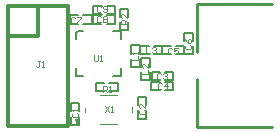
<source format=gto>
*%FSLAX24Y24*%
*%MOIN*%
G01*
%ADD11C,0.0030*%
%ADD12C,0.0043*%
%ADD13C,0.0050*%
%ADD14C,0.0060*%
%ADD15C,0.0073*%
%ADD16C,0.0080*%
%ADD17C,0.0100*%
%ADD18C,0.0120*%
%ADD19C,0.0200*%
%ADD20C,0.0300*%
%ADD21C,0.0320*%
%ADD22C,0.0400*%
%ADD23C,0.0560*%
%ADD24C,0.0600*%
%ADD25C,0.0620*%
%ADD26C,0.0700*%
%ADD27C,0.0800*%
%ADD28R,0.0098X0.0331*%
%ADD29R,0.0178X0.0411*%
%ADD30R,0.0200X0.0250*%
%ADD31R,0.0250X0.0200*%
%ADD32R,0.0280X0.0330*%
%ADD33R,0.0330X0.0280*%
%ADD34R,0.0331X0.0098*%
%ADD35R,0.0411X0.0178*%
%ADD36R,0.0551X0.0453*%
%ADD37R,0.0620X0.0620*%
%ADD38R,0.0631X0.0533*%
%ADD39R,0.0700X0.0700*%
%ADD40R,0.2400X0.0800*%
%ADD41R,0.2480X0.0880*%
D11*
X278136Y120279D02*
Y120446D01*
Y120279D02*
X278170Y120246D01*
X278236D01*
X278270Y120279D01*
Y120446D01*
X278336Y120246D02*
X278403D01*
X278369D01*
Y120446D01*
X278370D01*
X278369D02*
X278336Y120413D01*
X278350Y122052D02*
X278317Y122085D01*
X278250D01*
X278217Y122052D01*
Y121918D01*
X278250Y121885D01*
X278317D01*
X278350Y121918D01*
X278417D02*
X278450Y121885D01*
X278516D01*
X278550Y121918D01*
Y122052D01*
X278516Y122085D01*
X278450D01*
X278417Y122052D01*
Y122018D01*
X278450Y121985D01*
X278550D01*
X278482Y118751D02*
X278615Y118551D01*
X278482D02*
X278615Y118751D01*
X278682Y118551D02*
X278748D01*
X278715D01*
Y118751D01*
X278716D01*
X278715D02*
X278682Y118718D01*
X278415Y119244D02*
Y119444D01*
X278515D01*
X278549Y119411D01*
Y119344D01*
X278515Y119311D01*
X278415D01*
X278482D02*
X278549Y119244D01*
X278615D02*
X278682D01*
X278649D01*
Y119444D01*
X278650D01*
X278649D02*
X278615Y119411D01*
X279606Y118610D02*
X279639Y118644D01*
X279606Y118610D02*
Y118544D01*
X279639Y118510D01*
X279772D01*
X279806Y118544D01*
Y118610D01*
X279772Y118644D01*
X279806Y118710D02*
Y118844D01*
Y118710D02*
X279672Y118844D01*
X279639D01*
X279606Y118810D01*
Y118744D01*
X279639Y118710D01*
X277406Y118542D02*
X277373Y118508D01*
Y118442D01*
X277406Y118408D01*
X277540D01*
X277573Y118442D01*
Y118508D01*
X277540Y118542D01*
X277573Y118608D02*
Y118675D01*
Y118642D01*
X277373D01*
X277374D01*
X277373D02*
X277406Y118608D01*
X279027Y121479D02*
X279227D01*
X279027D02*
Y121579D01*
X279061Y121612D01*
X279127D01*
X279161Y121579D01*
Y121479D01*
Y121546D02*
X279227Y121612D01*
Y121679D02*
Y121812D01*
Y121679D02*
X279094Y121812D01*
X279061D01*
X279027Y121779D01*
Y121712D01*
X279061Y121679D01*
X278343Y121712D02*
X278310Y121745D01*
X278243D01*
X278210Y121712D01*
Y121578D01*
X278243Y121545D01*
X278310D01*
X278343Y121578D01*
X278410Y121712D02*
X278443Y121745D01*
X278510D01*
X278543Y121712D01*
Y121678D01*
X278510Y121645D01*
X278543Y121612D01*
Y121578D01*
X278510Y121545D01*
X278443D01*
X278410Y121578D01*
Y121612D01*
X278443Y121645D01*
X278410Y121678D01*
Y121712D01*
X278443Y121645D02*
X278510D01*
X277499Y121682D02*
X277466Y121715D01*
X277399D01*
X277366Y121682D01*
Y121548D01*
X277399Y121515D01*
X277466D01*
X277499Y121548D01*
X277566Y121715D02*
X277699D01*
Y121682D01*
X277566Y121548D01*
Y121515D01*
X276308Y120265D02*
X276242D01*
X276275D01*
Y120098D01*
X276242Y120065D01*
X276208D01*
X276175Y120098D01*
X276375Y120065D02*
X276442D01*
X276408D01*
Y120265D01*
X276409D01*
X276408D02*
X276375Y120231D01*
X279860Y120530D02*
Y120730D01*
Y120530D02*
X279993D01*
X280060Y120697D02*
X280093Y120730D01*
X280160D01*
X280193Y120697D01*
Y120663D01*
X280194D01*
X280193D02*
X280194D01*
X280193D02*
X280194D01*
X280193D02*
X280160Y120630D01*
X280127D01*
X280160D01*
X280193Y120597D01*
Y120563D01*
X280160Y120530D01*
X280093D01*
X280060Y120563D01*
X279932Y119817D02*
X279732D01*
X279932D02*
Y119950D01*
Y120017D02*
Y120150D01*
Y120017D02*
X279799Y120150D01*
X279766D01*
X279732Y120117D01*
Y120050D01*
X279766Y120017D01*
X279600Y120305D02*
X279400D01*
X279600D02*
Y120438D01*
Y120505D02*
Y120571D01*
Y120538D01*
X279400D01*
X279401D01*
X279400D02*
X279433Y120505D01*
X280695Y120705D02*
X280728Y120672D01*
X280695Y120705D02*
X280628D01*
X280595Y120672D01*
Y120538D01*
X280628Y120505D01*
X280695D01*
X280728Y120538D01*
X280795Y120705D02*
X280928D01*
X280795D02*
Y120605D01*
X280862Y120638D01*
X280895D01*
X280928Y120605D01*
Y120538D01*
X280895Y120505D01*
X280828D01*
X280795Y120538D01*
X280340Y119530D02*
X280373Y119497D01*
X280340Y119530D02*
X280273D01*
X280240Y119497D01*
Y119363D01*
X280273Y119330D01*
X280340D01*
X280373Y119363D01*
X280540Y119330D02*
Y119530D01*
X280440Y119430D01*
X280573D01*
X280365Y119834D02*
X280332Y119868D01*
X280265D01*
X280232Y119834D01*
Y119701D01*
X280265Y119668D01*
X280332D01*
X280365Y119701D01*
X280432Y119834D02*
X280465Y119868D01*
X280532D01*
X280565Y119834D01*
Y119801D01*
X280566D01*
X280565D02*
X280566D01*
X280565D02*
X280566D01*
X280565D02*
X280532Y119768D01*
X280499D01*
X280532D01*
X280565Y119734D01*
Y119701D01*
X280532Y119668D01*
X280465D01*
X280432Y119701D01*
X281170Y120771D02*
X281203Y120804D01*
X281170Y120771D02*
Y120704D01*
X281203Y120671D01*
X281337D01*
X281370Y120704D01*
Y120771D01*
X281337Y120804D01*
X281203Y120937D02*
X281170Y121004D01*
X281203Y120937D02*
X281270Y120871D01*
X281337D01*
X281370Y120904D01*
Y120971D01*
X281337Y121004D01*
X281303D01*
X281270Y120971D01*
Y120871D01*
D12*
X277814Y118711D02*
Y118573D01*
X278306Y118160D02*
X278896D01*
X279381Y118569D02*
Y118715D01*
X278896Y119140D02*
X278310D01*
D13*
X277515Y121008D02*
Y121186D01*
Y120024D02*
Y119770D01*
X277769D01*
X278753D02*
X279007D01*
Y120024D01*
Y121008D02*
Y121262D01*
X278753D01*
X277769D02*
X277592D01*
X277515Y121186D01*
X278092Y122110D02*
X278372D01*
Y121830D02*
X278092D01*
X278542D02*
X278822D01*
Y122110D02*
X278542D01*
X278092D02*
Y121830D01*
X278822D02*
Y122110D01*
X278910Y119529D02*
Y119249D01*
X278180D02*
Y119529D01*
X278630D02*
X278910D01*
Y119249D02*
X278630D01*
X278460D02*
X278180D01*
Y119529D02*
X278460D01*
X277619Y118860D02*
X277339D01*
Y118130D02*
X277619D01*
X277339Y118580D02*
Y118860D01*
X277619D02*
Y118580D01*
Y118410D02*
Y118130D01*
X277339D02*
Y118410D01*
X278980Y121280D02*
Y121560D01*
X279260D02*
Y121280D01*
Y121730D02*
Y122010D01*
X278980D02*
Y121730D01*
Y121280D02*
X279260D01*
Y122010D02*
X278980D01*
X278370Y121780D02*
X278090D01*
Y121500D02*
X278370D01*
X278540D02*
X278820D01*
Y121780D02*
X278540D01*
X278090D02*
Y121500D01*
X278820D02*
Y121780D01*
X277310D02*
Y121500D01*
X278040D02*
Y121780D01*
X277590Y121500D02*
X277310D01*
Y121780D02*
X277590D01*
X277760D02*
X278040D01*
Y121500D02*
X277760D01*
X279660Y120765D02*
X279940D01*
Y120485D02*
X279660D01*
X280110D02*
X280390D01*
Y120765D02*
X280110D01*
X279660D02*
Y120485D01*
X280390D02*
Y120765D01*
X279980Y120355D02*
X279700D01*
Y119625D02*
X279980D01*
X279700Y120075D02*
Y120355D01*
X279980D02*
Y120075D01*
Y119905D02*
Y119625D01*
X279700D02*
Y119905D01*
X279640Y120505D02*
Y120785D01*
X279360D02*
Y120505D01*
Y120335D02*
Y120055D01*
X279640D02*
Y120335D01*
Y120785D02*
X279360D01*
Y120055D02*
X279640D01*
X280850Y120485D02*
X281130D01*
Y120765D02*
X280850D01*
X280680D02*
X280400D01*
Y120485D02*
X280680D01*
X281130D02*
Y120765D01*
X280400D02*
Y120485D01*
X280025Y119570D02*
Y119290D01*
X280755D02*
Y119570D01*
X280305Y119290D02*
X280025Y119290D01*
Y119570D02*
X280305D01*
X280475D02*
X280755D01*
Y119290D02*
X280475D01*
X280040Y119630D02*
Y119910D01*
X280770D02*
Y119630D01*
X280320D02*
X280040D01*
Y119910D02*
X280320D01*
X280490D02*
X280770D01*
Y119630D02*
X280490D01*
X281130Y121210D02*
X281410D01*
Y120480D02*
X281130D01*
Y120930D02*
Y121210D01*
X281410D02*
Y120930D01*
Y120760D02*
Y120480D01*
X281130D02*
Y120760D01*
X279851Y119070D02*
X279571D01*
Y118340D02*
X279851D01*
X279571Y118790D02*
Y119070D01*
X279851D02*
Y118790D01*
Y118620D02*
Y118340D01*
X279571D02*
Y118620D01*
X277579Y118168D02*
X277529D01*
X277554D02*
X277579D01*
X277554D02*
Y118318D01*
X277555D01*
X277554D02*
X277529Y118293D01*
D17*
X281555Y122150D02*
X284055D01*
X281555D02*
Y120550D01*
Y118050D02*
X284055D01*
X281555D02*
Y119650D01*
D18*
X275270Y118090D02*
Y122090D01*
X277270D02*
Y118090D01*
Y122090D02*
X275270D01*
X276270D02*
Y121090D01*
X275270D01*
Y118090D02*
X277270Y118090D01*
D02*
M02*

</source>
